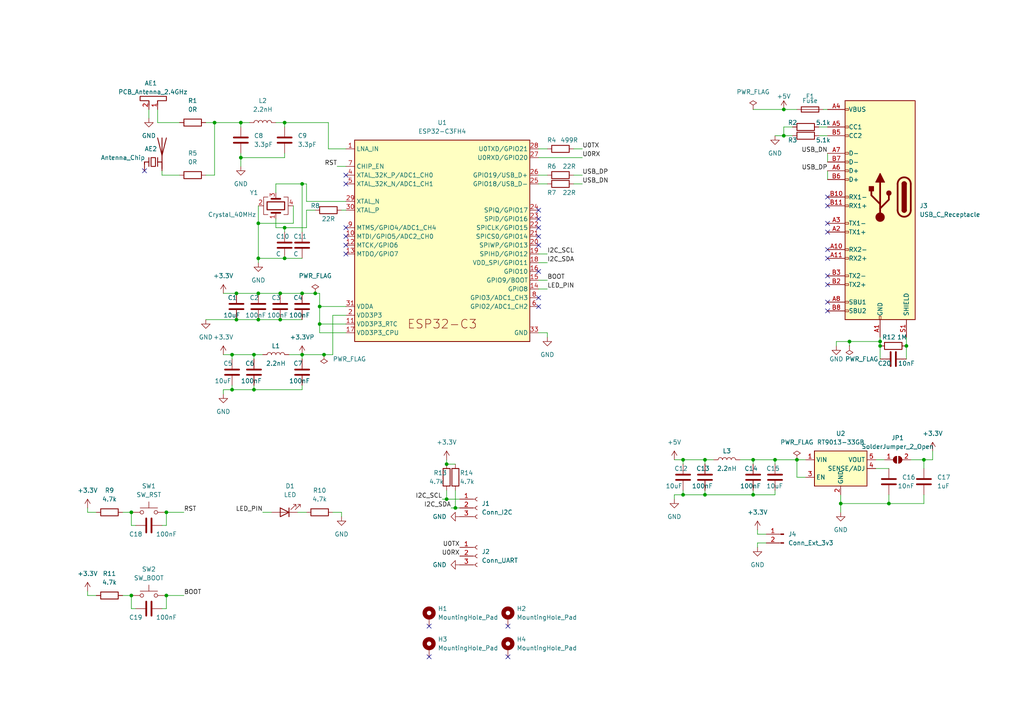
<source format=kicad_sch>
(kicad_sch (version 20211123) (generator eeschema)
  (paper "A4")
  (lib_symbols
    (symbol "Connector:Conn_01x02_Male" (pin_names (offset 1.016) hide)
      (property "Reference" "J" (at 0 2.54 0))
      (property "Value" "Conn_01x02_Male" (at 0 -5.08 0))
      (symbol "Conn_01x02_Male_1_1"
        (polyline (pts (xy 1.27 -2.54) (xy 0.8636 -2.54)) (stroke (width 0.1524)))
        (polyline (pts (xy 1.27 0) (xy 0.8636 0)) (stroke (width 0.1524)))
        (rectangle (start 0.8636 -2.413) (end 0 -2.667) (stroke (width 0.1524)) (fill (type outline)))
        (rectangle (start 0.8636 0.127) (end 0 -0.127) (stroke (width 0.1524)) (fill (type outline)))
        (pin passive line (at 5.08 0 180) (length 3.81) (name "Pin_1") (number "1"))
        (pin passive line (at 5.08 -2.54 180) (length 3.81) (name "Pin_2") (number "2"))
      )
    )
    (symbol "Connector:Conn_01x03_Female" (pin_names (offset 1.016) hide)
      (property "Reference" "J" (at 0 5.08 0))
      (property "Value" "Conn_01x03_Female" (at 0 -5.08 0))
      (symbol "Conn_01x03_Female_1_1"
        (arc (start 0 -2.032) (mid -0.508 -2.54) (end 0 -3.048) (stroke (width 0.1524)))
        (polyline (pts (xy -1.27 -2.54) (xy -0.508 -2.54)) (stroke (width 0.1524)))
        (polyline (pts (xy -1.27 0) (xy -0.508 0)) (stroke (width 0.1524)))
        (polyline (pts (xy -1.27 2.54) (xy -0.508 2.54)) (stroke (width 0.1524)))
        (arc (start 0 0.508) (mid -0.508 0) (end 0 -0.508) (stroke (width 0.1524)))
        (arc (start 0 3.048) (mid -0.508 2.54) (end 0 2.032) (stroke (width 0.1524)))
        (pin passive line (at -5.08 2.54 0) (length 3.81) (name "Pin_1") (number "1"))
        (pin passive line (at -5.08 0 0) (length 3.81) (name "Pin_2") (number "2"))
        (pin passive line (at -5.08 -2.54 0) (length 3.81) (name "Pin_3") (number "3"))
      )
    )
    (symbol "Connector:USB_C_Receptacle" (pin_names (offset 1.016))
      (property "Reference" "J" (at -10.16 29.21 0))
      (property "Value" "USB_C_Receptacle" (at 10.16 29.21 0))
      (symbol "USB_C_Receptacle_0_0"
        (rectangle (start -0.254 -35.56) (end 0.254 -34.544))
        (rectangle (start 10.16 -32.766) (end 9.144 -33.274))
        (rectangle (start 10.16 -30.226) (end 9.144 -30.734))
        (rectangle (start 10.16 -25.146) (end 9.144 -25.654))
        (rectangle (start 10.16 -22.606) (end 9.144 -23.114))
        (rectangle (start 10.16 -17.526) (end 9.144 -18.034))
        (rectangle (start 10.16 -14.986) (end 9.144 -15.494))
        (rectangle (start 10.16 -9.906) (end 9.144 -10.414))
        (rectangle (start 10.16 -7.366) (end 9.144 -7.874))
        (rectangle (start 10.16 -2.286) (end 9.144 -2.794))
        (rectangle (start 10.16 0.254) (end 9.144 -0.254))
        (rectangle (start 10.16 5.334) (end 9.144 4.826))
        (rectangle (start 10.16 7.874) (end 9.144 7.366))
        (rectangle (start 10.16 10.414) (end 9.144 9.906))
        (rectangle (start 10.16 12.954) (end 9.144 12.446))
        (rectangle (start 10.16 18.034) (end 9.144 17.526))
        (rectangle (start 10.16 20.574) (end 9.144 20.066))
        (rectangle (start 10.16 25.654) (end 9.144 25.146))
      )
      (symbol "USB_C_Receptacle_0_1"
        (rectangle (start -10.16 27.94) (end 10.16 -35.56) (stroke (width 0.254)) (fill (type background)))
        (arc (start -8.89 -3.81) (mid -6.985 -5.715) (end -5.08 -3.81) (stroke (width 0.508)))
        (arc (start -7.62 -3.81) (mid -6.985 -4.445) (end -6.35 -3.81) (stroke (width 0.254)))
        (arc (start -7.62 -3.81) (mid -6.985 -4.445) (end -6.35 -3.81) (stroke (width 0.254)) (fill (type outline)))
        (rectangle (start -7.62 -3.81) (end -6.35 3.81) (stroke (width 0.254)) (fill (type outline)))
        (arc (start -6.35 3.81) (mid -6.985 4.445) (end -7.62 3.81) (stroke (width 0.254)))
        (arc (start -6.35 3.81) (mid -6.985 4.445) (end -7.62 3.81) (stroke (width 0.254)) (fill (type outline)))
        (arc (start -5.08 3.81) (mid -6.985 5.715) (end -8.89 3.81) (stroke (width 0.508)))
        (polyline (pts (xy -8.89 -3.81) (xy -8.89 3.81)) (stroke (width 0.508)))
        (polyline (pts (xy -5.08 3.81) (xy -5.08 -3.81)) (stroke (width 0.508)))
      )
      (symbol "USB_C_Receptacle_1_1"
        (circle (center -2.54 1.143) (radius 0.635) (stroke (width 0.254)) (fill (type outline)))
        (circle (center 0 -5.842) (radius 1.27) (fill (type outline)))
        (polyline (pts (xy 0 -5.842) (xy 0 4.318)) (stroke (width 0.508)))
        (polyline (pts (xy 0 -3.302) (xy -2.54 -0.762) (xy -2.54 0.508)) (stroke (width 0.508)))
        (polyline (pts (xy 0 -2.032) (xy 2.54 0.508) (xy 2.54 1.778)) (stroke (width 0.508)))
        (polyline (pts (xy -1.27 4.318) (xy 0 6.858) (xy 1.27 4.318) (xy -1.27 4.318)) (stroke (width 0.254)) (fill (type outline)))
        (rectangle (start 1.905 1.778) (end 3.175 3.048) (stroke (width 0.254)) (fill (type outline)))
        (pin passive line (at 0 -40.64 90) (length 5.08) (name "GND") (number "A1"))
        (pin bidirectional line (at 15.24 -15.24 180) (length 5.08) (name "RX2-") (number "A10"))
        (pin bidirectional line (at 15.24 -17.78 180) (length 5.08) (name "RX2+") (number "A11"))
        (pin passive line (at 0 -40.64 90) (length 5.08) hide (name "GND") (number "A12"))
        (pin bidirectional line (at 15.24 -10.16 180) (length 5.08) (name "TX1+") (number "A2"))
        (pin bidirectional line (at 15.24 -7.62 180) (length 5.08) (name "TX1-") (number "A3"))
        (pin passive line (at 15.24 25.4 180) (length 5.08) (name "VBUS") (number "A4"))
        (pin bidirectional line (at 15.24 20.32 180) (length 5.08) (name "CC1") (number "A5"))
        (pin bidirectional line (at 15.24 7.62 180) (length 5.08) (name "D+") (number "A6"))
        (pin bidirectional line (at 15.24 12.7 180) (length 5.08) (name "D-") (number "A7"))
        (pin bidirectional line (at 15.24 -30.48 180) (length 5.08) (name "SBU1") (number "A8"))
        (pin passive line (at 15.24 25.4 180) (length 5.08) hide (name "VBUS") (number "A9"))
        (pin passive line (at 0 -40.64 90) (length 5.08) hide (name "GND") (number "B1"))
        (pin bidirectional line (at 15.24 0 180) (length 5.08) (name "RX1-") (number "B10"))
        (pin bidirectional line (at 15.24 -2.54 180) (length 5.08) (name "RX1+") (number "B11"))
        (pin passive line (at 0 -40.64 90) (length 5.08) hide (name "GND") (number "B12"))
        (pin bidirectional line (at 15.24 -25.4 180) (length 5.08) (name "TX2+") (number "B2"))
        (pin bidirectional line (at 15.24 -22.86 180) (length 5.08) (name "TX2-") (number "B3"))
        (pin passive line (at 15.24 25.4 180) (length 5.08) hide (name "VBUS") (number "B4"))
        (pin bidirectional line (at 15.24 17.78 180) (length 5.08) (name "CC2") (number "B5"))
        (pin bidirectional line (at 15.24 5.08 180) (length 5.08) (name "D+") (number "B6"))
        (pin bidirectional line (at 15.24 10.16 180) (length 5.08) (name "D-") (number "B7"))
        (pin bidirectional line (at 15.24 -33.02 180) (length 5.08) (name "SBU2") (number "B8"))
        (pin passive line (at 15.24 25.4 180) (length 5.08) hide (name "VBUS") (number "B9"))
        (pin passive line (at -7.62 -40.64 90) (length 5.08) (name "SHIELD") (number "S1"))
      )
    )
    (symbol "Device:Antenna_Chip" (pin_numbers hide) (pin_names (offset 1.016) hide)
      (property "Reference" "AE" (at 0 5.08 0))
      (property "Value" "Antenna_Chip" (at 0 3.175 0))
      (symbol "Antenna_Chip_0_1"
        (polyline (pts (xy -2.54 0) (xy -2.54 -0.635)) (stroke (width 0.254)))
        (polyline (pts (xy -2.54 0) (xy -1.27 0)) (stroke (width 0.254)))
        (polyline (pts (xy 1.27 0) (xy 2.54 0)) (stroke (width 0.254)))
        (polyline (pts (xy 1.27 1.27) (xy 1.27 -1.27)) (stroke (width 0.254)))
        (polyline (pts (xy 2.54 -0.635) (xy 2.54 0)))
        (polyline (pts (xy 2.54 6.985) (xy 2.54 -1.905)) (stroke (width 0.254)))
        (polyline (pts (xy -1.27 1.27) (xy -1.27 -1.27) (xy -1.27 0)) (stroke (width 0.254)))
        (polyline (pts (xy 3.81 6.985) (xy 2.54 1.905) (xy 1.27 6.985)) (stroke (width 0.254)))
        (polyline (pts (xy -0.635 1.27) (xy 0.635 1.27) (xy 0.635 -1.27) (xy -0.635 -1.27) (xy -0.635 1.27)) (stroke (width 0.254)))
      )
      (symbol "Antenna_Chip_1_1"
        (pin input line (at -2.54 -2.54 90) (length 2.54) (name "FEED") (number "1"))
        (pin passive line (at 2.54 -2.54 90) (length 2.54) (name "PCB_Trace") (number "2"))
      )
    )
    (symbol "Device:Antenna_Dipole" (pin_names (offset 1.016) hide)
      (property "Reference" "AE" (at 1.27 1.27 0))
      (property "Value" "Antenna_Dipole" (at 1.27 0 0))
      (symbol "Antenna_Dipole_0_1"
        (polyline (pts (xy 2.54 -3.81) (xy 2.54 -2.54) (xy 5.08 -2.54) (xy 5.08 -1.27) (xy -2.54 -1.27) (xy -2.54 -2.54) (xy 0 -2.54) (xy 0 -3.81)) (stroke (width 0.254)))
      )
      (symbol "Antenna_Dipole_1_1"
        (pin input line (at 0 -5.08 90) (length 2.54) (name "~") (number "1"))
        (pin input line (at 2.54 -5.08 90) (length 2.54) (name "~") (number "2"))
      )
    )
    (symbol "Device:C" (pin_numbers hide) (pin_names (offset 0.254))
      (property "Reference" "C" (at 0.635 2.54 0))
      (property "Value" "C" (at 0.635 -2.54 0))
      (symbol "C_0_1"
        (polyline (pts (xy -2.032 -0.762) (xy 2.032 -0.762)) (stroke (width 0.508)))
        (polyline (pts (xy -2.032 0.762) (xy 2.032 0.762)) (stroke (width 0.508)))
      )
      (symbol "C_1_1"
        (pin passive line (at 0 3.81 270) (length 2.794) (name "~") (number "1"))
        (pin passive line (at 0 -3.81 90) (length 2.794) (name "~") (number "2"))
      )
    )
    (symbol "Device:Crystal_GND24" (pin_names (offset 1.016) hide)
      (property "Reference" "Y" (at 3.175 5.08 0))
      (property "Value" "Crystal_GND24" (at 3.175 3.175 0))
      (symbol "Crystal_GND24_0_1"
        (rectangle (start -1.143 2.54) (end 1.143 -2.54) (stroke (width 0.3048)))
        (polyline (pts (xy -2.54 0) (xy -2.032 0)))
        (polyline (pts (xy -2.032 -1.27) (xy -2.032 1.27)) (stroke (width 0.508)))
        (polyline (pts (xy 0 -3.81) (xy 0 -3.556)))
        (polyline (pts (xy 0 3.556) (xy 0 3.81)))
        (polyline (pts (xy 2.032 -1.27) (xy 2.032 1.27)) (stroke (width 0.508)))
        (polyline (pts (xy 2.032 0) (xy 2.54 0)))
        (polyline (pts (xy -2.54 -2.286) (xy -2.54 -3.556) (xy 2.54 -3.556) (xy 2.54 -2.286)))
        (polyline (pts (xy -2.54 2.286) (xy -2.54 3.556) (xy 2.54 3.556) (xy 2.54 2.286)))
      )
      (symbol "Crystal_GND24_1_1"
        (pin passive line (at -3.81 0 0) (length 1.27) (name "1") (number "1"))
        (pin passive line (at 0 5.08 270) (length 1.27) (name "2") (number "2"))
        (pin passive line (at 3.81 0 180) (length 1.27) (name "3") (number "3"))
        (pin passive line (at 0 -5.08 90) (length 1.27) (name "4") (number "4"))
      )
    )
    (symbol "Device:Fuse" (pin_numbers hide) (pin_names (offset 0))
      (property "Reference" "F" (at 2.032 0 90))
      (property "Value" "Fuse" (at -1.905 0 90))
      (symbol "Fuse_0_1"
        (rectangle (start -0.762 -2.54) (end 0.762 2.54) (stroke (width 0.254)))
        (polyline (pts (xy 0 2.54) (xy 0 -2.54)))
      )
      (symbol "Fuse_1_1"
        (pin passive line (at 0 3.81 270) (length 1.27) (name "~") (number "1"))
        (pin passive line (at 0 -3.81 90) (length 1.27) (name "~") (number "2"))
      )
    )
    (symbol "Device:L" (pin_numbers hide) (pin_names (offset 1.016) hide)
      (property "Reference" "L" (at -1.27 0 90))
      (property "Value" "L" (at 1.905 0 90))
      (symbol "L_0_1"
        (arc (start 0 -2.54) (mid 0.635 -1.905) (end 0 -1.27))
        (arc (start 0 -1.27) (mid 0.635 -0.635) (end 0 0))
        (arc (start 0 0) (mid 0.635 0.635) (end 0 1.27))
        (arc (start 0 1.27) (mid 0.635 1.905) (end 0 2.54))
      )
      (symbol "L_1_1"
        (pin passive line (at 0 3.81 270) (length 1.27) (name "1") (number "1"))
        (pin passive line (at 0 -3.81 90) (length 1.27) (name "2") (number "2"))
      )
    )
    (symbol "Device:LED" (pin_numbers hide) (pin_names (offset 1.016) hide)
      (property "Reference" "D" (at 0 2.54 0))
      (property "Value" "LED" (at 0 -2.54 0))
      (symbol "LED_0_1"
        (polyline (pts (xy -1.27 -1.27) (xy -1.27 1.27)) (stroke (width 0.254)))
        (polyline (pts (xy -1.27 0) (xy 1.27 0)))
        (polyline (pts (xy 1.27 -1.27) (xy 1.27 1.27) (xy -1.27 0) (xy 1.27 -1.27)) (stroke (width 0.254)))
        (polyline (pts (xy -3.048 -0.762) (xy -4.572 -2.286) (xy -3.81 -2.286) (xy -4.572 -2.286) (xy -4.572 -1.524)))
        (polyline (pts (xy -1.778 -0.762) (xy -3.302 -2.286) (xy -2.54 -2.286) (xy -3.302 -2.286) (xy -3.302 -1.524)))
      )
      (symbol "LED_1_1"
        (pin passive line (at -3.81 0 0) (length 2.54) (name "K") (number "1"))
        (pin passive line (at 3.81 0 180) (length 2.54) (name "A") (number "2"))
      )
    )
    (symbol "Device:R" (pin_numbers hide) (pin_names (offset 0))
      (property "Reference" "R" (at 2.032 0 90))
      (property "Value" "R" (at 0 0 90))
      (symbol "R_0_1"
        (rectangle (start -1.016 -2.54) (end 1.016 2.54) (stroke (width 0.254)))
      )
      (symbol "R_1_1"
        (pin passive line (at 0 3.81 270) (length 1.27) (name "~") (number "1"))
        (pin passive line (at 0 -3.81 90) (length 1.27) (name "~") (number "2"))
      )
    )
    (symbol "ESP:ESP32-C3"
      (property "Reference" "U" (at -25.4 35.56 0))
      (property "Value" "ESP32-C3" (at -25.4 33.02 0))
      (symbol "ESP32-C3_0_0"
        (text "ESP32-C3" (at 0 -22.86 0) (effects (font (size 2.54 2.54))))
        (pin bidirectional line (at -27.94 27.94 0) (length 2.54) (name "LNA_IN") (number "1"))
        (pin bidirectional line (at -27.94 2.54 0) (length 2.54) (name "MTDI/GPIO5/ADC2_CH0") (number "10"))
        (pin power_in line (at -27.94 -22.86 0) (length 2.54) (name "VDD3P3_RTC") (number "11"))
        (pin bidirectional line (at -27.94 0 0) (length 2.54) (name "MTCK/GPIO6") (number "12"))
        (pin bidirectional line (at -27.94 -2.54 0) (length 2.54) (name "MTDO/GPIO7") (number "13"))
        (pin bidirectional line (at 27.94 -12.7 180) (length 2.54) (name "GPIO8") (number "14"))
        (pin bidirectional line (at 27.94 -10.16 180) (length 2.54) (name "GPIO9/BOOT") (number "15"))
        (pin bidirectional line (at 27.94 -7.62 180) (length 2.54) (name "GPIO10") (number "16"))
        (pin power_in line (at -27.94 -25.4 0) (length 2.54) (name "VDD3P3_CPU") (number "17"))
        (pin bidirectional line (at 27.94 -5.08 180) (length 2.54) (name "VDD_SPI/GPIO11") (number "18"))
        (pin bidirectional line (at 27.94 -2.54 180) (length 2.54) (name "SPIHD/GPIO12") (number "19"))
        (pin power_in line (at -27.94 -20.32 0) (length 2.54) (name "VDD3P3") (number "2"))
        (pin bidirectional line (at 27.94 0 180) (length 2.54) (name "SPIWP/GPIO13") (number "20"))
        (pin bidirectional line (at 27.94 2.54 180) (length 2.54) (name "SPICS0/GPIO14") (number "21"))
        (pin bidirectional line (at 27.94 5.08 180) (length 2.54) (name "SPICLK/GPIO15") (number "22"))
        (pin bidirectional line (at 27.94 7.62 180) (length 2.54) (name "SPID/GPIO16") (number "23"))
        (pin bidirectional line (at 27.94 10.16 180) (length 2.54) (name "SPIQ/GPIO17") (number "24"))
        (pin bidirectional line (at 27.94 17.78 180) (length 2.54) (name "GPIO18/USB_D-") (number "25"))
        (pin bidirectional line (at 27.94 20.32 180) (length 2.54) (name "GPIO19/USB_D+") (number "26"))
        (pin bidirectional line (at 27.94 25.4 180) (length 2.54) (name "U0RXD/GPIO20") (number "27"))
        (pin bidirectional line (at 27.94 27.94 180) (length 2.54) (name "U0TXD/GPIO21") (number "28"))
        (pin output line (at -27.94 12.7 0) (length 2.54) (name "XTAL_N") (number "29"))
        (pin input line (at -27.94 10.16 0) (length 2.54) (name "XTAL_P") (number "30"))
        (pin power_in line (at -27.94 -17.78 0) (length 2.54) (name "VDDA") (number "31"))
        (pin power_in line (at 27.94 -25.4 180) (length 2.54) (name "GND") (number "33"))
        (pin output line (at -27.94 20.32 0) (length 2.54) (name "XTAL_32K_P/ADC1_CH0") (number "4"))
        (pin input line (at -27.94 17.78 0) (length 2.54) (name "XTAL_32K_N/ADC1_CH1") (number "5"))
        (pin bidirectional line (at 27.94 -17.78 180) (length 2.54) (name "GPIO2/ADC1_CH2") (number "6"))
        (pin input line (at -27.94 22.86 0) (length 2.54) (name "CHIP_EN") (number "7"))
        (pin bidirectional line (at 27.94 -15.24 180) (length 2.54) (name "GPIO3/ADC1_CH3") (number "8"))
        (pin bidirectional line (at -27.94 5.08 0) (length 2.54) (name "MTMS/GPIO4/ADC1_CH4") (number "9"))
      )
      (symbol "ESP32-C3_0_1"
        (rectangle (start -25.4 30.48) (end 25.4 -27.94) (stroke (width 0.254)) (fill (type background)))
        (pin passive line (at -27.94 -20.32 0) (length 2.54) hide (name "VDD3P3") (number "3"))
        (pin passive line (at -27.94 -17.78 0) (length 2.54) hide (name "VDDA") (number "32"))
      )
    )
    (symbol "Jumper:SolderJumper_2_Open" (pin_names (offset 0) hide)
      (property "Reference" "JP" (at 0 2.032 0))
      (property "Value" "SolderJumper_2_Open" (at 0 -2.54 0))
      (symbol "SolderJumper_2_Open_0_1"
        (arc (start -0.254 1.016) (mid -1.27 0) (end -0.254 -1.016))
        (arc (start -0.254 1.016) (mid -1.27 0) (end -0.254 -1.016) (fill (type outline)))
        (polyline (pts (xy -0.254 1.016) (xy -0.254 -1.016)))
        (polyline (pts (xy 0.254 1.016) (xy 0.254 -1.016)))
        (arc (start 0.254 -1.016) (mid 1.27 0) (end 0.254 1.016))
        (arc (start 0.254 -1.016) (mid 1.27 0) (end 0.254 1.016) (fill (type outline)))
      )
      (symbol "SolderJumper_2_Open_1_1"
        (pin passive line (at -3.81 0 0) (length 2.54) (name "A") (number "1"))
        (pin passive line (at 3.81 0 180) (length 2.54) (name "B") (number "2"))
      )
    )
    (symbol "Mechanical:MountingHole_Pad" (pin_numbers hide) (pin_names (offset 1.016) hide)
      (property "Reference" "H" (at 0 6.35 0))
      (property "Value" "MountingHole_Pad" (at 0 4.445 0))
      (symbol "MountingHole_Pad_0_1"
        (circle (center 0 1.27) (radius 1.27) (stroke (width 1.27)))
      )
      (symbol "MountingHole_Pad_1_1"
        (pin input line (at 0 -2.54 90) (length 2.54) (name "1") (number "1"))
      )
    )
    (symbol "Regulator_Linear:ADP7142AUJZ-3.3"
      (property "Reference" "U" (at 0 8.89 0))
      (property "Value" "ADP7142AUJZ-3.3" (at 0 6.35 0))
      (symbol "ADP7142AUJZ-3.3_0_1"
        (rectangle (start -7.62 5.08) (end 7.62 -5.08) (stroke (width 0.254)) (fill (type background)))
      )
      (symbol "ADP7142AUJZ-3.3_1_1"
        (pin power_in line (at -10.16 2.54 0) (length 2.54) (name "VIN") (number "1"))
        (pin power_in line (at 0 -7.62 90) (length 2.54) (name "GND") (number "2"))
        (pin input line (at -10.16 -2.54 0) (length 2.54) (name "EN") (number "3"))
        (pin input line (at 10.16 0 180) (length 2.54) (name "SENSE/ADJ") (number "4"))
        (pin power_out line (at 10.16 2.54 180) (length 2.54) (name "VOUT") (number "5"))
      )
    )
    (symbol "Switch:SW_Push" (pin_numbers hide) (pin_names (offset 1.016) hide)
      (property "Reference" "SW" (at 1.27 2.54 0))
      (property "Value" "SW_Push" (at 0 -1.524 0))
      (symbol "SW_Push_0_1"
        (circle (center -2.032 0) (radius 0.508))
        (polyline (pts (xy 0 1.27) (xy 0 3.048)))
        (polyline (pts (xy 2.54 1.27) (xy -2.54 1.27)))
        (circle (center 2.032 0) (radius 0.508))
        (pin passive line (at -5.08 0 0) (length 2.54) (name "1") (number "1"))
        (pin passive line (at 5.08 0 180) (length 2.54) (name "2") (number "2"))
      )
    )
    (symbol "power:+3.3V" (power) (pin_names (offset 0))
      (property "Value" "+3.3V" (at 0 3.556 0))
      (symbol "+3.3V_0_1"
        (polyline (pts (xy -0.762 1.27) (xy 0 2.54)))
        (polyline (pts (xy 0 0) (xy 0 2.54)))
        (polyline (pts (xy 0 2.54) (xy 0.762 1.27)))
      )
      (symbol "+3.3V_1_1"
        (pin power_in line (at 0 0 90) (length 0) hide (name "+3.3V") (number "1"))
      )
    )
    (symbol "power:+3.3VP" (power) (pin_names (offset 0))
      (property "Value" "+3.3VP" (at 0 2.54 0))
      (symbol "+3.3VP_0_0"
        (pin power_in line (at 0 0 90) (length 0) hide (name "+3.3VP") (number "1"))
      )
      (symbol "+3.3VP_0_1"
        (polyline (pts (xy -0.762 1.27) (xy 0 2.54)))
        (polyline (pts (xy 0 0) (xy 0 2.54)))
        (polyline (pts (xy 0 2.54) (xy 0.762 1.27)))
      )
    )
    (symbol "power:+5V" (power) (pin_names (offset 0))
      (property "Value" "+5V" (at 0 3.556 0))
      (symbol "+5V_0_1"
        (polyline (pts (xy -0.762 1.27) (xy 0 2.54)))
        (polyline (pts (xy 0 0) (xy 0 2.54)))
        (polyline (pts (xy 0 2.54) (xy 0.762 1.27)))
      )
      (symbol "+5V_1_1"
        (pin power_in line (at 0 0 90) (length 0) hide (name "+5V") (number "1"))
      )
    )
    (symbol "power:GND" (power) (pin_names (offset 0))
      (property "Value" "GND" (at 0 -3.81 0))
      (symbol "GND_0_1"
        (polyline (pts (xy 0 0) (xy 0 -1.27) (xy 1.27 -1.27) (xy 0 -2.54) (xy -1.27 -1.27) (xy 0 -1.27)))
      )
      (symbol "GND_1_1"
        (pin power_in line (at 0 0 270) (length 0) hide (name "GND") (number "1"))
      )
    )
    (symbol "power:PWR_FLAG" (power) (pin_numbers hide) (pin_names (offset 0) hide)
      (property "Value" "PWR_FLAG" (at 0 3.81 0))
      (symbol "PWR_FLAG_0_0"
        (pin power_out line (at 0 0 90) (length 0) (name "pwr") (number "1"))
      )
      (symbol "PWR_FLAG_0_1"
        (polyline (pts (xy 0 0) (xy 0 1.27) (xy -1.016 1.905) (xy 0 2.54) (xy 1.016 1.905) (xy 0 1.27)))
      )
    )
  )
  (junction (at 204.47 143.51))
  (junction (at 62.23 35.56))
  (junction (at 243.84 146.05))
  (junction (at 92.71 93.98))
  (junction (at 82.55 35.56))
  (junction (at 74.93 92.71))
  (junction (at 204.47 133.35))
  (junction (at 218.44 133.35))
  (junction (at 87.63 53.34))
  (junction (at 91.44 85.09))
  (junction (at 198.12 143.51))
  (junction (at 224.79 133.35))
  (junction (at 262.89 100.33))
  (junction (at 218.44 143.51))
  (junction (at 38.1 148.59))
  (junction (at 255.27 100.33))
  (junction (at 82.55 66.04))
  (junction (at 246.38 99.06))
  (junction (at 81.28 85.09))
  (junction (at 92.71 88.9))
  (junction (at 74.93 64.77))
  (junction (at 69.85 35.56))
  (junction (at 227.33 31.75))
  (junction (at 93.98 102.87))
  (junction (at 257.81 146.05))
  (junction (at 48.26 172.72))
  (junction (at 132.08 147.32))
  (junction (at 68.58 92.71))
  (junction (at 231.14 133.35))
  (junction (at 129.54 134.62))
  (junction (at 68.58 85.09))
  (junction (at 48.26 148.59))
  (junction (at 87.63 102.87))
  (junction (at 73.66 113.03))
  (junction (at 69.85 45.72))
  (junction (at 267.97 133.35))
  (junction (at 67.31 113.03))
  (junction (at 38.1 172.72))
  (junction (at 67.31 102.87))
  (junction (at 227.33 39.37))
  (junction (at 82.55 74.93))
  (junction (at 129.54 144.78))
  (junction (at 87.63 85.09))
  (junction (at 198.12 133.35))
  (junction (at 73.66 102.87))
  (junction (at 74.93 85.09))
  (junction (at 81.28 92.71))
  (junction (at 255.27 99.06))
  (junction (at 74.93 74.93))
  (no_connect (at 240.03 82.55))
  (no_connect (at 156.21 66.04))
  (no_connect (at 100.33 66.04))
  (no_connect (at 156.21 78.74))
  (no_connect (at 156.21 60.96))
  (no_connect (at 100.33 50.8))
  (no_connect (at 156.21 86.36))
  (no_connect (at 147.32 181.61))
  (no_connect (at 240.03 72.39))
  (no_connect (at 156.21 63.5))
  (no_connect (at 240.03 90.17))
  (no_connect (at 240.03 87.63))
  (no_connect (at 147.32 190.5))
  (no_connect (at 156.21 71.12))
  (no_connect (at 240.03 64.77))
  (no_connect (at 156.21 68.58))
  (no_connect (at 240.03 59.69))
  (no_connect (at 100.33 68.58))
  (no_connect (at 100.33 53.34))
  (no_connect (at 156.21 88.9))
  (no_connect (at 100.33 73.66))
  (no_connect (at 240.03 80.01))
  (no_connect (at 240.03 67.31))
  (no_connect (at 124.46 190.5))
  (no_connect (at 240.03 74.93))
  (no_connect (at 100.33 71.12))
  (no_connect (at 41.91 49.53))
  (no_connect (at 240.03 57.15))
  (no_connect (at 124.46 181.61))
  (wire (pts (xy 267.97 143.51) (xy 267.97 146.05)))
  (wire (pts (xy 96.52 91.44) (xy 100.33 91.44)))
  (wire (pts (xy 88.9 66.04) (xy 88.9 60.96)))
  (wire (pts (xy 240.03 44.45) (xy 240.03 46.99)))
  (wire (pts (xy 76.2 102.87) (xy 73.66 102.87)))
  (wire (pts (xy 81.28 85.09) (xy 87.63 85.09)))
  (wire (pts (xy 224.79 39.37) (xy 227.33 39.37)))
  (wire (pts (xy 218.44 143.51) (xy 218.44 142.24)))
  (wire (pts (xy 82.55 66.04) (xy 88.9 66.04)))
  (wire (pts (xy 246.38 100.33) (xy 246.38 99.06)))
  (wire (pts (xy 86.36 148.59) (xy 88.9 148.59)))
  (wire (pts (xy 204.47 133.35) (xy 204.47 134.62)))
  (wire (pts (xy 237.49 36.83) (xy 240.03 36.83)))
  (wire (pts (xy 80.01 55.88) (xy 80.01 53.34)))
  (wire (pts (xy 92.71 88.9) (xy 100.33 88.9)))
  (wire (pts (xy 242.57 99.06) (xy 242.57 100.33)))
  (wire (pts (xy 85.09 64.77) (xy 74.93 64.77)))
  (wire (pts (xy 87.63 104.14) (xy 87.63 102.87)))
  (wire (pts (xy 85.09 59.69) (xy 85.09 64.77)))
  (wire (pts (xy 80.01 66.04) (xy 82.55 66.04)))
  (wire (pts (xy 92.71 85.09) (xy 92.71 88.9)))
  (wire (pts (xy 204.47 143.51) (xy 204.47 142.24)))
  (wire (pts (xy 48.26 176.53) (xy 46.99 176.53)))
  (wire (pts (xy 62.23 35.56) (xy 62.23 50.8)))
  (wire (pts (xy 129.54 142.24) (xy 129.54 144.78)))
  (wire (pts (xy 74.93 59.69) (xy 74.93 64.77)))
  (wire (pts (xy 25.4 148.59) (xy 27.94 148.59)))
  (wire (pts (xy 25.4 172.72) (xy 27.94 172.72)))
  (wire (pts (xy 267.97 133.35) (xy 267.97 135.89)))
  (wire (pts (xy 38.1 148.59) (xy 38.1 152.4)))
  (wire (pts (xy 219.71 154.94) (xy 222.25 154.94)))
  (wire (pts (xy 99.06 60.96) (xy 100.33 60.96)))
  (wire (pts (xy 46.99 152.4) (xy 48.26 152.4)))
  (wire (pts (xy 82.55 74.93) (xy 87.63 74.93)))
  (wire (pts (xy 224.79 143.51) (xy 218.44 143.51)))
  (wire (pts (xy 87.63 53.34) (xy 87.63 67.31)))
  (wire (pts (xy 255.27 97.79) (xy 255.27 99.06)))
  (wire (pts (xy 219.71 157.48) (xy 219.71 158.75)))
  (wire (pts (xy 195.58 143.51) (xy 198.12 143.51)))
  (wire (pts (xy 87.63 113.03) (xy 87.63 111.76)))
  (wire (pts (xy 156.21 45.72) (xy 168.91 45.72)))
  (wire (pts (xy 262.89 97.79) (xy 262.89 100.33)))
  (wire (pts (xy 88.9 58.42) (xy 100.33 58.42)))
  (wire (pts (xy 45.72 35.56) (xy 45.72 31.75)))
  (wire (pts (xy 69.85 45.72) (xy 82.55 45.72)))
  (wire (pts (xy 233.68 138.43) (xy 231.14 138.43)))
  (wire (pts (xy 87.63 53.34) (xy 88.9 53.34)))
  (wire (pts (xy 96.52 102.87) (xy 93.98 102.87)))
  (wire (pts (xy 204.47 133.35) (xy 198.12 133.35)))
  (wire (pts (xy 270.51 130.81) (xy 270.51 133.35)))
  (wire (pts (xy 231.14 133.35) (xy 224.79 133.35)))
  (wire (pts (xy 218.44 133.35) (xy 214.63 133.35)))
  (wire (pts (xy 262.89 100.33) (xy 262.89 104.14)))
  (wire (pts (xy 198.12 133.35) (xy 195.58 133.35)))
  (wire (pts (xy 64.77 113.03) (xy 67.31 113.03)))
  (wire (pts (xy 68.58 85.09) (xy 74.93 85.09)))
  (wire (pts (xy 100.33 93.98) (xy 92.71 93.98)))
  (wire (pts (xy 82.55 35.56) (xy 95.25 35.56)))
  (wire (pts (xy 73.66 102.87) (xy 67.31 102.87)))
  (wire (pts (xy 82.55 67.31) (xy 82.55 66.04)))
  (wire (pts (xy 129.54 144.78) (xy 133.35 144.78)))
  (wire (pts (xy 257.81 146.05) (xy 243.84 146.05)))
  (wire (pts (xy 237.49 39.37) (xy 240.03 39.37)))
  (wire (pts (xy 64.77 85.09) (xy 68.58 85.09)))
  (wire (pts (xy 69.85 35.56) (xy 72.39 35.56)))
  (wire (pts (xy 240.03 49.53) (xy 240.03 52.07)))
  (wire (pts (xy 91.44 85.09) (xy 92.71 85.09)))
  (wire (pts (xy 227.33 39.37) (xy 229.87 39.37)))
  (wire (pts (xy 35.56 172.72) (xy 38.1 172.72)))
  (wire (pts (xy 43.18 31.75) (xy 43.18 34.29)))
  (wire (pts (xy 25.4 147.32) (xy 25.4 148.59)))
  (wire (pts (xy 227.33 31.75) (xy 231.14 31.75)))
  (wire (pts (xy 231.14 133.35) (xy 231.14 138.43)))
  (wire (pts (xy 156.21 96.52) (xy 158.75 96.52)))
  (wire (pts (xy 264.16 133.35) (xy 267.97 133.35)))
  (wire (pts (xy 46.99 50.8) (xy 46.99 49.53)))
  (wire (pts (xy 224.79 142.24) (xy 224.79 143.51)))
  (wire (pts (xy 246.38 99.06) (xy 242.57 99.06)))
  (wire (pts (xy 95.25 43.18) (xy 100.33 43.18)))
  (wire (pts (xy 204.47 143.51) (xy 218.44 143.51)))
  (wire (pts (xy 25.4 171.45) (xy 25.4 172.72)))
  (wire (pts (xy 224.79 133.35) (xy 218.44 133.35)))
  (wire (pts (xy 96.52 102.87) (xy 96.52 91.44)))
  (wire (pts (xy 80.01 63.5) (xy 80.01 66.04)))
  (wire (pts (xy 52.07 50.8) (xy 46.99 50.8)))
  (wire (pts (xy 62.23 50.8) (xy 59.69 50.8)))
  (wire (pts (xy 219.71 153.67) (xy 219.71 154.94)))
  (wire (pts (xy 69.85 35.56) (xy 69.85 36.83)))
  (wire (pts (xy 158.75 83.82) (xy 156.21 83.82)))
  (wire (pts (xy 81.28 92.71) (xy 87.63 92.71)))
  (wire (pts (xy 74.93 74.93) (xy 82.55 74.93)))
  (wire (pts (xy 207.01 133.35) (xy 204.47 133.35)))
  (wire (pts (xy 158.75 81.28) (xy 156.21 81.28)))
  (wire (pts (xy 53.34 148.59) (xy 48.26 148.59)))
  (wire (pts (xy 222.25 157.48) (xy 219.71 157.48)))
  (wire (pts (xy 99.06 149.86) (xy 99.06 148.59)))
  (wire (pts (xy 243.84 146.05) (xy 243.84 143.51)))
  (wire (pts (xy 76.2 148.59) (xy 78.74 148.59)))
  (wire (pts (xy 48.26 172.72) (xy 53.34 172.72)))
  (wire (pts (xy 59.69 35.56) (xy 62.23 35.56)))
  (wire (pts (xy 68.58 92.71) (xy 74.93 92.71)))
  (wire (pts (xy 166.37 50.8) (xy 168.91 50.8)))
  (wire (pts (xy 48.26 152.4) (xy 48.26 148.59)))
  (wire (pts (xy 229.87 36.83) (xy 227.33 36.83)))
  (wire (pts (xy 74.93 92.71) (xy 81.28 92.71)))
  (wire (pts (xy 67.31 102.87) (xy 64.77 102.87)))
  (wire (pts (xy 218.44 134.62) (xy 218.44 133.35)))
  (wire (pts (xy 52.07 35.56) (xy 45.72 35.56)))
  (wire (pts (xy 88.9 53.34) (xy 88.9 58.42)))
  (wire (pts (xy 224.79 133.35) (xy 224.79 134.62)))
  (wire (pts (xy 198.12 133.35) (xy 198.12 134.62)))
  (wire (pts (xy 73.66 113.03) (xy 73.66 111.76)))
  (wire (pts (xy 73.66 113.03) (xy 87.63 113.03)))
  (wire (pts (xy 233.68 133.35) (xy 231.14 133.35)))
  (wire (pts (xy 69.85 45.72) (xy 69.85 44.45)))
  (wire (pts (xy 95.25 35.56) (xy 95.25 43.18)))
  (wire (pts (xy 88.9 60.96) (xy 91.44 60.96)))
  (wire (pts (xy 156.21 43.18) (xy 158.75 43.18)))
  (wire (pts (xy 267.97 146.05) (xy 257.81 146.05)))
  (wire (pts (xy 257.81 143.51) (xy 257.81 146.05)))
  (wire (pts (xy 132.08 147.32) (xy 133.35 147.32)))
  (wire (pts (xy 92.71 96.52) (xy 100.33 96.52)))
  (wire (pts (xy 198.12 143.51) (xy 204.47 143.51)))
  (wire (pts (xy 195.58 144.78) (xy 195.58 143.51)))
  (wire (pts (xy 166.37 53.34) (xy 168.91 53.34)))
  (wire (pts (xy 62.23 35.56) (xy 69.85 35.56)))
  (wire (pts (xy 254 135.89) (xy 257.81 135.89)))
  (wire (pts (xy 38.1 172.72) (xy 38.1 176.53)))
  (wire (pts (xy 74.93 64.77) (xy 74.93 74.93)))
  (wire (pts (xy 87.63 102.87) (xy 83.82 102.87)))
  (wire (pts (xy 39.37 152.4) (xy 38.1 152.4)))
  (wire (pts (xy 158.75 73.66) (xy 156.21 73.66)))
  (wire (pts (xy 130.81 147.32) (xy 132.08 147.32)))
  (wire (pts (xy 48.26 172.72) (xy 48.26 176.53)))
  (wire (pts (xy 92.71 96.52) (xy 92.71 93.98)))
  (wire (pts (xy 67.31 113.03) (xy 73.66 113.03)))
  (wire (pts (xy 168.91 43.18) (xy 166.37 43.18)))
  (wire (pts (xy 67.31 113.03) (xy 67.31 111.76)))
  (wire (pts (xy 156.21 50.8) (xy 158.75 50.8)))
  (wire (pts (xy 99.06 148.59) (xy 96.52 148.59)))
  (wire (pts (xy 74.93 74.93) (xy 74.93 76.2)))
  (wire (pts (xy 129.54 134.62) (xy 132.08 134.62)))
  (wire (pts (xy 67.31 102.87) (xy 67.31 104.14)))
  (wire (pts (xy 243.84 148.59) (xy 243.84 146.05)))
  (wire (pts (xy 158.75 76.2) (xy 156.21 76.2)))
  (wire (pts (xy 92.71 88.9) (xy 92.71 93.98)))
  (wire (pts (xy 128.27 144.78) (xy 129.54 144.78)))
  (wire (pts (xy 198.12 143.51) (xy 198.12 142.24)))
  (wire (pts (xy 255.27 100.33) (xy 255.27 104.14)))
  (wire (pts (xy 156.21 53.34) (xy 158.75 53.34)))
  (wire (pts (xy 73.66 102.87) (xy 73.66 104.14)))
  (wire (pts (xy 97.79 48.26) (xy 100.33 48.26)))
  (wire (pts (xy 132.08 142.24) (xy 132.08 147.32)))
  (wire (pts (xy 270.51 133.35) (xy 267.97 133.35)))
  (wire (pts (xy 80.01 35.56) (xy 82.55 35.56)))
  (wire (pts (xy 80.01 53.34) (xy 87.63 53.34)))
  (wire (pts (xy 64.77 114.3) (xy 64.77 113.03)))
  (wire (pts (xy 69.85 45.72) (xy 69.85 48.26)))
  (wire (pts (xy 218.44 31.75) (xy 227.33 31.75)))
  (wire (pts (xy 254 133.35) (xy 256.54 133.35)))
  (wire (pts (xy 35.56 148.59) (xy 38.1 148.59)))
  (wire (pts (xy 59.69 92.71) (xy 68.58 92.71)))
  (wire (pts (xy 238.76 31.75) (xy 240.03 31.75)))
  (wire (pts (xy 87.63 85.09) (xy 91.44 85.09)))
  (wire (pts (xy 255.27 99.06) (xy 255.27 100.33)))
  (wire (pts (xy 129.54 133.35) (xy 129.54 134.62)))
  (wire (pts (xy 227.33 36.83) (xy 227.33 39.37)))
  (wire (pts (xy 82.55 45.72) (xy 82.55 44.45)))
  (wire (pts (xy 74.93 85.09) (xy 81.28 85.09)))
  (wire (pts (xy 255.27 99.06) (xy 246.38 99.06)))
  (wire (pts (xy 93.98 102.87) (xy 87.63 102.87)))
  (wire (pts (xy 38.1 176.53) (xy 39.37 176.53)))
  (wire (pts (xy 158.75 96.52) (xy 158.75 97.79)))
  (wire (pts (xy 82.55 35.56) (xy 82.55 36.83)))
  (label "USB_DN" (at 240.03 44.45 180))
  (label "BOOT" (at 158.75 81.28 0))
  (label "U0TX" (at 168.91 43.18 0))
  (label "U0RX" (at 133.35 161.29 180))
  (label "LED_PIN" (at 76.2 148.59 180))
  (label "I2C_SDA" (at 130.81 147.32 180))
  (label "I2C_SDA" (at 158.75 76.2 0))
  (label "I2C_SCL" (at 158.75 73.66 0))
  (label "USB_DP" (at 240.03 49.53 180))
  (label "LED_PIN" (at 158.75 83.82 0))
  (label "I2C_SCL" (at 128.27 144.78 180))
  (label "U0RX" (at 168.91 45.72 0))
  (label "RST" (at 97.79 48.26 180))
  (label "U0TX" (at 133.35 158.75 180))
  (label "USB_DP" (at 168.91 50.8 0))
  (label "BOOT" (at 53.34 172.72 0))
  (label "USB_DN" (at 168.91 53.34 0))
  (label "RST" (at 53.34 148.59 0))
  (symbol (lib_id "Device:C") (at 224.79 138.43 0) (unit 1)
    (property "Reference" "C15" (at 222.25 135.89 0) (effects (justify left)))
    (property "Value" "10uF" (at 222.25 140.97 0) (effects (justify left)))
    (property "Footprint" "Capacitor_SMD:C_1206_3216Metric" (effects hide))
  )
  (symbol (lib_id "power:+3.3V") (at 64.77 85.09 0) (unit 1)
    (property "Reference" "#PWR0103" (effects hide))
    (property "Value" "+3.3V" (at 64.77 80.01 0))
  )
  (symbol (lib_id "Device:C") (at 204.47 138.43 0) (unit 1)
    (property "Reference" "C13" (at 201.93 135.89 0) (effects (justify left)))
    (property "Value" "100nF" (at 200.66 140.97 0) (effects (justify left)))
    (property "Footprint" "Capacitor_SMD:C_0603_1608Metric" (effects hide))
  )
  (symbol (lib_id "Jumper:SolderJumper_2_Open") (at 260.35 133.35 0) (unit 1)
    (property "Reference" "JP1" (at 260.35 127 0))
    (property "Value" "SolderJumper_2_Open" (at 260.35 129.54 0))
    (property "Footprint" "Jumper:SolderJumper-2_P1.3mm_Open_TrianglePad1.0x1.5mm" (effects hide))
  )
  (symbol (lib_id "Device:R") (at 233.68 36.83 90) (unit 1)
    (property "Reference" "R2" (at 229.87 35.56 90))
    (property "Value" "5.1k" (at 238.76 35.56 90))
    (property "Footprint" "Resistor_SMD:R_0603_1608Metric" (effects hide))
  )
  (symbol (lib_id "power:GND") (at 243.84 148.59 0) (unit 1)
    (property "Reference" "#PWR015" (effects hide))
    (property "Value" "GND" (at 243.84 153.67 0))
  )
  (symbol (lib_id "Device:C") (at 259.08 104.14 90) (unit 1)
    (property "Reference" "C20" (at 256.54 105.41 90))
    (property "Value" "10nF" (at 262.89 105.41 90))
    (property "Footprint" "Capacitor_SMD:C_0603_1608Metric" (effects hide))
  )
  (symbol (lib_id "power:GND") (at 59.69 92.71 0) (mirror y) (unit 1)
    (property "Reference" "#PWR0102" (effects hide))
    (property "Value" "GND" (at 59.69 97.79 0))
  )
  (symbol (lib_id "Device:C") (at 68.58 88.9 0) (unit 1)
    (property "Reference" "C1" (at 66.04 86.36 0) (effects (justify left)))
    (property "Value" "10uF" (at 64.77 91.44 0) (effects (justify left)))
    (property "Footprint" "Capacitor_SMD:C_1206_3216Metric" (effects hide))
  )
  (symbol (lib_id "power:+3.3V") (at 64.77 102.87 0) (unit 1)
    (property "Reference" "#PWR09" (effects hide))
    (property "Value" "+3.3V" (at 64.77 97.79 0))
  )
  (symbol (lib_id "Device:Antenna_Chip") (at 44.45 46.99 0) (unit 1)
    (property "Reference" "AE2" (at 41.91 43.18 0) (effects (justify left)))
    (property "Value" "Antenna_Chip" (at 29.21 45.72 0) (effects (justify left)))
    (property "Footprint" "RF_Antenna:Johanson_2450AT43F0100" (effects hide))
  )
  (symbol (lib_id "Regulator_Linear:ADP7142AUJZ-3.3") (at 243.84 135.89 0) (unit 1)
    (property "Reference" "U2" (at 243.84 125.73 0))
    (property "Value" "RT9013-33GB" (at 243.84 128.27 0))
    (property "Footprint" "Package_TO_SOT_SMD:TSOT-23-5" (effects hide))
    (property "Datasheet" "https://www.analog.com/media/en/technical-documentation/data-sheets/ADP7142.pdf" (effects hide))
  )
  (symbol (lib_id "power:+3.3V") (at 25.4 171.45 0) (unit 1)
    (property "Reference" "#PWR019" (effects hide))
    (property "Value" "+3.3V" (at 25.4 166.37 0))
  )
  (symbol (lib_id "Switch:SW_Push") (at 43.18 148.59 0) (unit 1)
    (property "Reference" "SW1" (at 43.18 140.97 0))
    (property "Value" "SW_RST" (at 43.18 143.51 0))
    (property "Footprint" "Button_Switch_SMD:SW_Push_1P1T_NO_CK_KSC7xxJ" (effects hide))
  )
  (symbol (lib_id "Device:Antenna_Dipole") (at 45.72 26.67 0) (mirror y) (unit 1)
    (property "Reference" "AE1" (at 41.91 24.13 0) (effects (justify right)))
    (property "Value" "PCB_Antenna_2.4GHz" (at 34.29 26.67 0) (effects (justify right)))
    (property "Footprint" "RF_Antenna:Texas_SWRA117D_2.4GHz_Right" (effects hide))
  )
  (symbol (lib_id "Device:R") (at 129.54 138.43 180) (unit 1)
    (property "Reference" "R13" (at 125.73 137.16 0) (effects (justify right)))
    (property "Value" "4.7k" (at 124.46 139.7 0) (effects (justify right)))
    (property "Footprint" "Resistor_SMD:R_0603_1608Metric" (effects hide))
  )
  (symbol (lib_id "Device:LED") (at 82.55 148.59 180) (unit 1)
    (property "Reference" "D1" (at 84.1375 140.97 0))
    (property "Value" "LED" (at 84.1375 143.51 0))
    (property "Footprint" "LED_SMD:LED_0603_1608Metric" (effects hide))
  )
  (symbol (lib_id "Device:C") (at 67.31 107.95 0) (unit 1)
    (property "Reference" "C5" (at 64.77 105.41 0) (effects (justify left)))
    (property "Value" "10uF" (at 62.23 110.49 0) (effects (justify left)))
    (property "Footprint" "Capacitor_SMD:C_1206_3216Metric" (effects hide))
  )
  (symbol (lib_id "Device:C") (at 82.55 40.64 0) (unit 1)
    (property "Reference" "C9" (at 86.36 39.3699 0) (effects (justify left)))
    (property "Value" "3.3pF" (at 86.36 41.9099 0) (effects (justify left)))
    (property "Footprint" "Capacitor_SMD:C_0603_1608Metric" (effects hide))
  )
  (symbol (lib_id "Connector:Conn_01x03_Female") (at 138.43 161.29 0) (unit 1)
    (property "Reference" "J2" (at 139.7 160.0199 0) (effects (justify left)))
    (property "Value" "Conn_UART" (at 139.7 162.5599 0) (effects (justify left)))
    (property "Footprint" "Connector_PinHeader_2.54mm:PinHeader_1x03_P2.54mm_Vertical" (effects hide))
  )
  (symbol (lib_id "Device:C") (at 87.63 71.12 0) (unit 1)
    (property "Reference" "C11" (at 85.09 68.58 0) (effects (justify left)))
    (property "Value" "C" (at 85.09 73.66 0) (effects (justify left)))
    (property "Footprint" "Capacitor_SMD:C_0603_1608Metric" (effects hide))
  )
  (symbol (lib_id "power:+3.3V") (at 25.4 147.32 0) (unit 1)
    (property "Reference" "#PWR014" (effects hide))
    (property "Value" "+3.3V" (at 25.4 142.24 0))
  )
  (symbol (lib_id "power:GND") (at 158.75 97.79 0) (mirror y) (unit 1)
    (property "Reference" "#PWR07" (effects hide))
    (property "Value" "GND" (at 158.75 102.87 0))
  )
  (symbol (lib_id "Connector:USB_C_Receptacle") (at 255.27 57.15 0) (mirror y) (unit 1)
    (property "Reference" "J3" (at 266.7 59.6899 0) (effects (justify right)))
    (property "Value" "USB_C_Receptacle" (at 266.7 62.2299 0) (effects (justify right)))
    (property "Footprint" "Connector_USB:USB_C_Receptacle_HRO_TYPE-C-31-M-12" (effects hide))
    (property "Datasheet" "https://www.usb.org/sites/default/files/documents/usb_type-c.zip" (effects hide))
  )
  (symbol (lib_id "Device:C") (at 87.63 88.9 0) (unit 1)
    (property "Reference" "C4" (at 85.09 86.36 0) (effects (justify left)))
    (property "Value" "100nF" (at 83.82 91.44 0) (effects (justify left)))
    (property "Footprint" "Capacitor_SMD:C_0603_1608Metric" (effects hide))
  )
  (symbol (lib_id "Device:C") (at 74.93 88.9 0) (unit 1)
    (property "Reference" "C2" (at 72.39 86.36 0) (effects (justify left)))
    (property "Value" "100nF" (at 71.12 91.44 0) (effects (justify left)))
    (property "Footprint" "Capacitor_SMD:C_0603_1608Metric" (effects hide))
  )
  (symbol (lib_id "Device:R") (at 162.56 43.18 90) (unit 1)
    (property "Reference" "R4" (at 160.02 40.64 90))
    (property "Value" "499R" (at 165.1 40.64 90))
    (property "Footprint" "Resistor_SMD:R_0603_1608Metric" (effects hide))
  )
  (symbol (lib_id "power:PWR_FLAG") (at 93.98 102.87 180) (unit 1)
    (property "Reference" "#FLG02" (effects hide))
    (property "Value" "PWR_FLAG" (at 96.52 104.1399 0) (effects (justify right)))
  )
  (symbol (lib_id "Device:R") (at 162.56 53.34 90) (unit 1)
    (property "Reference" "R7" (at 160.02 55.88 90))
    (property "Value" "22R" (at 165.1 55.88 90))
    (property "Footprint" "Resistor_SMD:R_0603_1608Metric" (effects hide))
  )
  (symbol (lib_id "power:+3.3VP") (at 87.63 102.87 0) (unit 1)
    (property "Reference" "#PWR010" (effects hide))
    (property "Value" "+3.3VP" (at 87.63 97.79 0))
  )
  (symbol (lib_id "power:GND") (at 224.79 39.37 0) (unit 1)
    (property "Reference" "#PWR03" (effects hide))
    (property "Value" "GND" (at 224.79 44.45 0))
  )
  (symbol (lib_id "Device:R") (at 259.08 100.33 90) (unit 1)
    (property "Reference" "R12" (at 257.81 97.79 90))
    (property "Value" "1M" (at 261.62 97.79 90))
    (property "Footprint" "Resistor_SMD:R_0603_1608Metric" (effects hide))
  )
  (symbol (lib_id "Device:R") (at 31.75 148.59 90) (unit 1)
    (property "Reference" "R9" (at 31.75 142.24 90))
    (property "Value" "4.7k" (at 31.75 144.78 90))
    (property "Footprint" "Resistor_SMD:R_0603_1608Metric" (effects hide))
  )
  (symbol (lib_id "power:+3.3V") (at 270.51 130.81 0) (unit 1)
    (property "Reference" "#PWR0105" (effects hide))
    (property "Value" "+3.3V" (at 270.51 125.73 0))
  )
  (symbol (lib_id "Device:R") (at 55.88 35.56 90) (unit 1)
    (property "Reference" "R1" (at 55.88 29.21 90))
    (property "Value" "0R" (at 55.88 31.75 90))
    (property "Footprint" "Resistor_SMD:R_0603_1608Metric" (effects hide))
  )
  (symbol (lib_id "Device:L") (at 80.01 102.87 90) (unit 1)
    (property "Reference" "L1" (at 80.01 100.33 90))
    (property "Value" "2.2nH" (at 80.01 105.41 90))
    (property "Footprint" "Inductor_SMD:L_0603_1608Metric" (effects hide))
  )
  (symbol (lib_id "Device:C") (at 43.18 152.4 90) (unit 1)
    (property "Reference" "C18" (at 39.37 154.94 90))
    (property "Value" "100nF" (at 48.26 154.94 90))
    (property "Footprint" "Capacitor_SMD:C_0603_1608Metric" (effects hide))
  )
  (symbol (lib_id "Device:R") (at 162.56 50.8 90) (unit 1)
    (property "Reference" "R6" (at 160.02 48.26 90))
    (property "Value" "22R" (at 165.1 48.26 90))
    (property "Footprint" "Resistor_SMD:R_0603_1608Metric" (effects hide))
  )
  (symbol (lib_id "Device:C") (at 267.97 139.7 0) (unit 1)
    (property "Reference" "C17" (at 271.78 138.4299 0) (effects (justify left)))
    (property "Value" "1uF" (at 271.78 140.9699 0) (effects (justify left)))
    (property "Footprint" "Capacitor_SMD:C_0603_1608Metric" (effects hide))
  )
  (symbol (lib_id "Device:C") (at 198.12 138.43 0) (unit 1)
    (property "Reference" "C12" (at 195.58 135.89 0) (effects (justify left)))
    (property "Value" "10uF" (at 193.04 140.97 0) (effects (justify left)))
    (property "Footprint" "Capacitor_SMD:C_1206_3216Metric" (effects hide))
  )
  (symbol (lib_id "Mechanical:MountingHole_Pad") (at 124.46 187.96 0) (unit 1)
    (property "Reference" "H3" (at 127 185.4199 0) (effects (justify left)))
    (property "Value" "MountingHole_Pad" (at 127 187.9599 0) (effects (justify left)))
    (property "Footprint" "MountingHole:MountingHole_3.2mm_M3_Pad_Via" (effects hide))
  )
  (symbol (lib_id "Switch:SW_Push") (at 43.18 172.72 0) (unit 1)
    (property "Reference" "SW2" (at 43.18 165.1 0))
    (property "Value" "SW_BOOT" (at 43.18 167.64 0))
    (property "Footprint" "Button_Switch_SMD:SW_Push_1P1T_NO_CK_KSC7xxJ" (effects hide))
  )
  (symbol (lib_id "power:GND") (at 195.58 144.78 0) (mirror y) (unit 1)
    (property "Reference" "#PWR013" (effects hide))
    (property "Value" "GND" (at 195.58 149.86 0))
  )
  (symbol (lib_id "power:GND") (at 99.06 149.86 0) (unit 1)
    (property "Reference" "#PWR016" (effects hide))
    (property "Value" "GND" (at 99.06 154.94 0))
  )
  (symbol (lib_id "power:GND") (at 133.35 163.83 270) (unit 1)
    (property "Reference" "#PWR018" (effects hide))
    (property "Value" "GND" (at 129.54 163.8299 90) (effects (justify right)))
  )
  (symbol (lib_id "Mechanical:MountingHole_Pad") (at 147.32 187.96 0) (unit 1)
    (property "Reference" "H4" (at 149.86 185.4199 0) (effects (justify left)))
    (property "Value" "MountingHole_Pad" (at 149.86 187.9599 0) (effects (justify left)))
    (property "Footprint" "MountingHole:MountingHole_3.2mm_M3_Pad_Via" (effects hide))
  )
  (symbol (lib_id "Connector:Conn_01x03_Female") (at 138.43 147.32 0) (unit 1)
    (property "Reference" "J1" (at 139.7 146.0499 0) (effects (justify left)))
    (property "Value" "Conn_I2C" (at 139.7 148.5899 0) (effects (justify left)))
    (property "Footprint" "Connector_PinHeader_2.54mm:PinHeader_1x03_P2.54mm_Vertical" (effects hide))
  )
  (symbol (lib_id "Device:R") (at 55.88 50.8 90) (unit 1)
    (property "Reference" "R5" (at 55.88 44.45 90))
    (property "Value" "0R" (at 55.88 46.99 90))
    (property "Footprint" "Resistor_SMD:R_0603_1608Metric" (effects hide))
  )
  (symbol (lib_id "Device:L") (at 76.2 35.56 90) (unit 1)
    (property "Reference" "L2" (at 76.2 29.21 90))
    (property "Value" "2.2nH" (at 76.2 31.75 90))
    (property "Footprint" "Inductor_SMD:L_0603_1608Metric" (effects hide))
  )
  (symbol (lib_id "Device:R") (at 233.68 39.37 90) (unit 1)
    (property "Reference" "R3" (at 229.87 40.64 90))
    (property "Value" "5.1k" (at 238.76 40.64 90))
    (property "Footprint" "Resistor_SMD:R_0603_1608Metric" (effects hide))
  )
  (symbol (lib_id "Device:C") (at 82.55 71.12 0) (unit 1)
    (property "Reference" "C10" (at 80.01 68.58 0) (effects (justify left)))
    (property "Value" "C" (at 80.01 73.66 0) (effects (justify left)))
    (property "Footprint" "Capacitor_SMD:C_0603_1608Metric" (effects hide))
  )
  (symbol (lib_id "power:+3.3V") (at 219.71 153.67 0) (unit 1)
    (property "Reference" "#PWR0106" (effects hide))
    (property "Value" "+3.3V" (at 219.71 148.59 0))
  )
  (symbol (lib_id "power:+5V") (at 195.58 133.35 0) (unit 1)
    (property "Reference" "#PWR012" (effects hide))
    (property "Value" "+5V" (at 195.58 128.27 0))
  )
  (symbol (lib_id "Device:C") (at 218.44 138.43 0) (unit 1)
    (property "Reference" "C14" (at 215.9 135.89 0) (effects (justify left)))
    (property "Value" "100nF" (at 214.63 140.97 0) (effects (justify left)))
    (property "Footprint" "Capacitor_SMD:C_0603_1608Metric" (effects hide))
  )
  (symbol (lib_id "Mechanical:MountingHole_Pad") (at 147.32 179.07 0) (unit 1)
    (property "Reference" "H2" (at 149.86 176.5299 0) (effects (justify left)))
    (property "Value" "MountingHole_Pad" (at 149.86 179.0699 0) (effects (justify left)))
    (property "Footprint" "MountingHole:MountingHole_3.2mm_M3_Pad_Via" (effects hide))
  )
  (symbol (lib_id "Device:Fuse") (at 234.95 31.75 90) (unit 1)
    (property "Reference" "F1" (at 234.95 27.94 90))
    (property "Value" "Fuse" (at 234.95 29.21 90))
    (property "Footprint" "Fuse:Fuse_1210_3225Metric" (effects hide))
  )
  (symbol (lib_id "Device:R") (at 132.08 138.43 180) (unit 1)
    (property "Reference" "R14" (at 133.35 137.16 0) (effects (justify right)))
    (property "Value" "4.7k" (at 133.35 139.7 0) (effects (justify right)))
    (property "Footprint" "Resistor_SMD:R_0603_1608Metric" (effects hide))
  )
  (symbol (lib_id "power:GND") (at 242.57 100.33 0) (unit 1)
    (property "Reference" "#PWR08" (effects hide))
    (property "Value" "GND" (at 242.57 104.14 0))
  )
  (symbol (lib_id "Device:C") (at 73.66 107.95 0) (unit 1)
    (property "Reference" "C6" (at 71.12 105.41 0) (effects (justify left)))
    (property "Value" "100nF" (at 69.85 110.49 0) (effects (justify left)))
    (property "Footprint" "Capacitor_SMD:C_0603_1608Metric" (effects hide))
  )
  (symbol (lib_id "Device:C") (at 43.18 176.53 90) (unit 1)
    (property "Reference" "C19" (at 39.37 179.07 90))
    (property "Value" "100nF" (at 48.26 179.07 90))
    (property "Footprint" "Capacitor_SMD:C_0603_1608Metric" (effects hide))
  )
  (symbol (lib_id "Device:C") (at 69.85 40.64 0) (unit 1)
    (property "Reference" "C8" (at 73.66 39.3699 0) (effects (justify left)))
    (property "Value" "3.3pF" (at 73.66 41.9099 0) (effects (justify left)))
    (property "Footprint" "Capacitor_SMD:C_0603_1608Metric" (effects hide))
  )
  (symbol (lib_id "power:PWR_FLAG") (at 91.44 85.09 0) (unit 1)
    (property "Reference" "#FLG0103" (effects hide))
    (property "Value" "PWR_FLAG" (at 91.44 80.01 0))
  )
  (symbol (lib_id "power:GND") (at 43.18 34.29 0) (unit 1)
    (property "Reference" "#PWR02" (effects hide))
    (property "Value" "GND" (at 43.18 39.37 0))
  )
  (symbol (lib_id "Device:Crystal_GND24") (at 80.01 59.69 90) (unit 1)
    (property "Reference" "Y1" (at 73.66 55.88 90))
    (property "Value" "Crystal_40MHz" (at 67.31 62.23 90))
    (property "Footprint" "Crystal:Crystal_SMD_3225-4Pin_3.2x2.5mm" (effects hide))
  )
  (symbol (lib_id "power:+3.3V") (at 129.54 133.35 0) (unit 1)
    (property "Reference" "#PWR0107" (effects hide))
    (property "Value" "+3.3V" (at 129.54 128.27 0))
  )
  (symbol (lib_id "power:GND") (at 219.71 158.75 0) (unit 1)
    (property "Reference" "#PWR0101" (effects hide))
    (property "Value" "GND" (at 219.71 163.83 0))
  )
  (symbol (lib_id "Mechanical:MountingHole_Pad") (at 124.46 179.07 0) (unit 1)
    (property "Reference" "H1" (at 127 176.5299 0) (effects (justify left)))
    (property "Value" "MountingHole_Pad" (at 127 179.0699 0) (effects (justify left)))
    (property "Footprint" "MountingHole:MountingHole_3.2mm_M3_Pad_Via" (effects hide))
  )
  (symbol (lib_id "Connector:Conn_01x02_Male") (at 227.33 154.94 0) (mirror y) (unit 1)
    (property "Reference" "J4" (at 228.6 154.9399 0) (effects (justify right)))
    (property "Value" "Conn_Ext_3v3" (at 228.6 157.4799 0) (effects (justify right)))
    (property "Footprint" "Connector_PinSocket_2.54mm:PinSocket_1x02_P2.54mm_Vertical" (effects hide))
  )
  (symbol (lib_id "power:GND") (at 133.35 149.86 270) (unit 1)
    (property "Reference" "#PWR017" (effects hide))
    (property "Value" "GND" (at 129.54 149.8599 90) (effects (justify right)))
  )
  (symbol (lib_id "power:PWR_FLAG") (at 231.14 133.35 0) (unit 1)
    (property "Reference" "#FLG0102" (effects hide))
    (property "Value" "PWR_FLAG" (at 231.14 128.27 0))
  )
  (symbol (lib_id "power:PWR_FLAG") (at 218.44 31.75 0) (unit 1)
    (property "Reference" "#FLG01" (effects hide))
    (property "Value" "PWR_FLAG" (at 218.44 26.67 0))
  )
  (symbol (lib_id "Device:L") (at 210.82 133.35 90) (unit 1)
    (property "Reference" "L3" (at 210.82 130.81 90))
    (property "Value" "2.2nH" (at 210.82 135.89 90))
    (property "Footprint" "Inductor_SMD:L_0603_1608Metric" (effects hide))
  )
  (symbol (lib_id "power:GND") (at 74.93 76.2 0) (unit 1)
    (property "Reference" "#PWR06" (effects hide))
    (property "Value" "GND" (at 74.93 81.28 0))
  )
  (symbol (lib_id "power:PWR_FLAG") (at 246.38 100.33 180) (unit 1)
    (property "Reference" "#FLG0101" (effects hide))
    (property "Value" "PWR_FLAG" (at 245.11 104.14 0) (effects (justify right)))
  )
  (symbol (lib_id "ESP:ESP32-C3") (at 128.27 71.12 0) (unit 1)
    (property "Reference" "U1" (at 128.27 35.56 0))
    (property "Value" "ESP32-C3FH4" (at 128.27 38.1 0))
    (property "Footprint" "Package_DFN_QFN:QFN-32-1EP_5x5mm_P0.5mm_EP3.1x3.1mm_ThermalVias" (effects hide))
    (property "Datasheet" "https://www.espressif.com/sites/default/files/documentation/esp32-c3_datasheet_en.pdf" (effects hide))
  )
  (symbol (lib_id "Device:R") (at 95.25 60.96 90) (unit 1)
    (property "Reference" "R8" (at 91.44 59.69 90))
    (property "Value" "22R" (at 95.25 63.5 90))
    (property "Footprint" "Resistor_SMD:R_0603_1608Metric" (effects hide))
  )
  (symbol (lib_id "Device:C") (at 87.63 107.95 0) (unit 1)
    (property "Reference" "C7" (at 85.09 105.41 0) (effects (justify left)))
    (property "Value" "100nF" (at 83.82 110.49 0) (effects (justify left)))
    (property "Footprint" "Capacitor_SMD:C_0603_1608Metric" (effects hide))
  )
  (symbol (lib_id "Device:R") (at 92.71 148.59 90) (unit 1)
    (property "Reference" "R10" (at 92.71 142.24 90))
    (property "Value" "4.7k" (at 92.71 144.78 90))
    (property "Footprint" "Resistor_SMD:R_0603_1608Metric" (effects hide))
  )
  (symbol (lib_id "Device:R") (at 31.75 172.72 90) (unit 1)
    (property "Reference" "R11" (at 31.75 166.37 90))
    (property "Value" "4.7k" (at 31.75 168.91 90))
    (property "Footprint" "Resistor_SMD:R_0603_1608Metric" (effects hide))
  )
  (symbol (lib_id "Device:C") (at 81.28 88.9 0) (unit 1)
    (property "Reference" "C3" (at 78.74 86.36 0) (effects (justify left)))
    (property "Value" "100nF" (at 77.47 91.44 0) (effects (justify left)))
    (property "Footprint" "Capacitor_SMD:C_0603_1608Metric" (effects hide))
  )
  (symbol (lib_id "power:GND") (at 64.77 114.3 0) (mirror y) (unit 1)
    (property "Reference" "#PWR0104" (effects hide))
    (property "Value" "GND" (at 64.77 119.38 0))
  )
  (symbol (lib_id "power:GND") (at 69.85 48.26 0) (unit 1)
    (property "Reference" "#PWR04" (effects hide))
    (property "Value" "GND" (at 69.85 53.34 0))
  )
  (symbol (lib_id "Device:C") (at 257.81 139.7 0) (unit 1)
    (property "Reference" "C16" (at 261.62 138.4299 0) (effects (justify left)))
    (property "Value" "10nF" (at 260.35 140.97 0) (effects (justify left)))
    (property "Footprint" "Capacitor_SMD:C_0603_1608Metric" (effects hide))
  )
  (symbol (lib_id "power:+5V") (at 227.33 31.75 0) (unit 1)
    (property "Reference" "#PWR01" (effects hide))
    (property "Value" "+5V" (at 227.33 27.94 0))
  )
)
</source>
